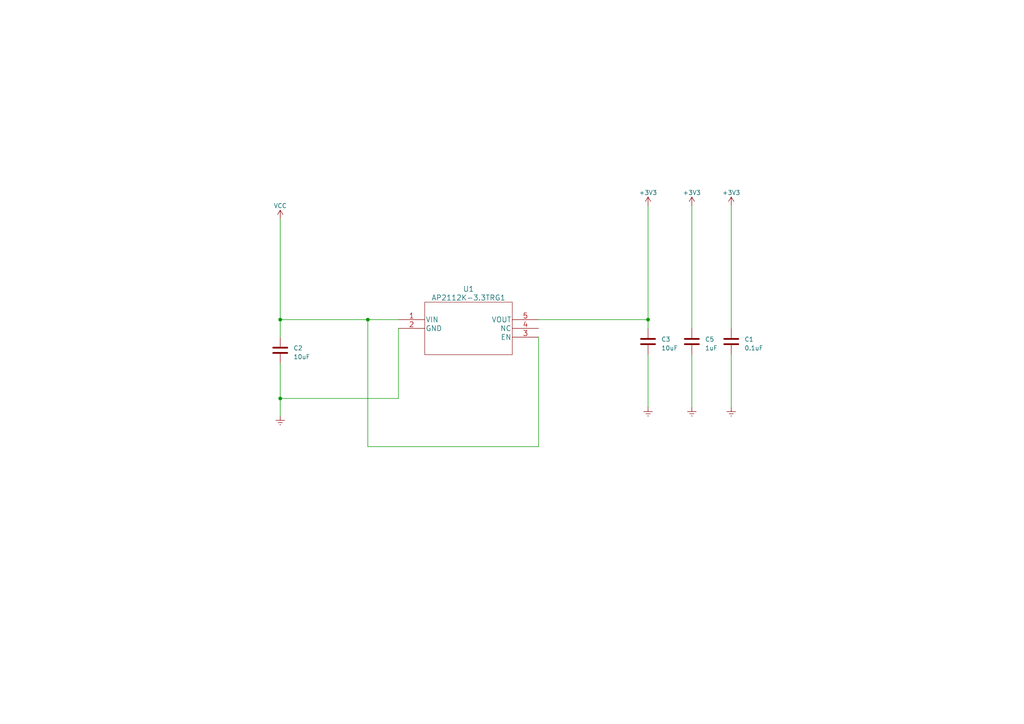
<source format=kicad_sch>
(kicad_sch (version 20230121) (generator eeschema)

  (uuid 735ecd6d-7403-4f33-9cf8-60fe8c0760c6)

  (paper "A4")

  (lib_symbols
    (symbol "AP2112K-3.3TRG1:AP2112K-3.3TRG1" (pin_names (offset 0.254)) (in_bom yes) (on_board yes)
      (property "Reference" "U" (at 20.32 10.16 0)
        (effects (font (size 1.524 1.524)))
      )
      (property "Value" "AP2112K-3.3TRG1" (at 20.32 7.62 0)
        (effects (font (size 1.524 1.524)))
      )
      (property "Footprint" "SOT_RG1_DIO" (at 20.32 6.096 0)
        (effects (font (size 1.524 1.524)) hide)
      )
      (property "Datasheet" "" (at 0 0 0)
        (effects (font (size 1.524 1.524)))
      )
      (property "ki_locked" "" (at 0 0 0)
        (effects (font (size 1.27 1.27)))
      )
      (property "ki_fp_filters" "SOT_RG1_DIO SOT_RG1_DIO-M SOT_RG1_DIO-L" (at 0 0 0)
        (effects (font (size 1.27 1.27)) hide)
      )
      (symbol "AP2112K-3.3TRG1_1_1"
        (polyline
          (pts
            (xy 7.62 -10.16)
            (xy 33.02 -10.16)
          )
          (stroke (width 0.127) (type solid))
          (fill (type none))
        )
        (polyline
          (pts
            (xy 7.62 5.08)
            (xy 7.62 -10.16)
          )
          (stroke (width 0.127) (type solid))
          (fill (type none))
        )
        (polyline
          (pts
            (xy 33.02 -10.16)
            (xy 33.02 5.08)
          )
          (stroke (width 0.127) (type solid))
          (fill (type none))
        )
        (polyline
          (pts
            (xy 33.02 5.08)
            (xy 7.62 5.08)
          )
          (stroke (width 0.127) (type solid))
          (fill (type none))
        )
        (pin unspecified line (at 0 0 0) (length 7.62)
          (name "VIN" (effects (font (size 1.4986 1.4986))))
          (number "1" (effects (font (size 1.4986 1.4986))))
        )
        (pin unspecified line (at 0 -2.54 0) (length 7.62)
          (name "GND" (effects (font (size 1.4986 1.4986))))
          (number "2" (effects (font (size 1.4986 1.4986))))
        )
        (pin unspecified line (at 40.64 -5.08 180) (length 7.62)
          (name "EN" (effects (font (size 1.4986 1.4986))))
          (number "3" (effects (font (size 1.4986 1.4986))))
        )
        (pin unspecified line (at 40.64 -2.54 180) (length 7.62)
          (name "NC" (effects (font (size 1.4986 1.4986))))
          (number "4" (effects (font (size 1.4986 1.4986))))
        )
        (pin unspecified line (at 40.64 0 180) (length 7.62)
          (name "VOUT" (effects (font (size 1.4986 1.4986))))
          (number "5" (effects (font (size 1.4986 1.4986))))
        )
      )
    )
    (symbol "Device:C" (pin_numbers hide) (pin_names (offset 0.254)) (in_bom yes) (on_board yes)
      (property "Reference" "C" (at 0.635 2.54 0)
        (effects (font (size 1.27 1.27)) (justify left))
      )
      (property "Value" "C" (at 0.635 -2.54 0)
        (effects (font (size 1.27 1.27)) (justify left))
      )
      (property "Footprint" "" (at 0.9652 -3.81 0)
        (effects (font (size 1.27 1.27)) hide)
      )
      (property "Datasheet" "~" (at 0 0 0)
        (effects (font (size 1.27 1.27)) hide)
      )
      (property "ki_keywords" "cap capacitor" (at 0 0 0)
        (effects (font (size 1.27 1.27)) hide)
      )
      (property "ki_description" "Unpolarized capacitor" (at 0 0 0)
        (effects (font (size 1.27 1.27)) hide)
      )
      (property "ki_fp_filters" "C_*" (at 0 0 0)
        (effects (font (size 1.27 1.27)) hide)
      )
      (symbol "C_0_1"
        (polyline
          (pts
            (xy -2.032 -0.762)
            (xy 2.032 -0.762)
          )
          (stroke (width 0.508) (type default))
          (fill (type none))
        )
        (polyline
          (pts
            (xy -2.032 0.762)
            (xy 2.032 0.762)
          )
          (stroke (width 0.508) (type default))
          (fill (type none))
        )
      )
      (symbol "C_1_1"
        (pin passive line (at 0 3.81 270) (length 2.794)
          (name "~" (effects (font (size 1.27 1.27))))
          (number "1" (effects (font (size 1.27 1.27))))
        )
        (pin passive line (at 0 -3.81 90) (length 2.794)
          (name "~" (effects (font (size 1.27 1.27))))
          (number "2" (effects (font (size 1.27 1.27))))
        )
      )
    )
    (symbol "power:+3V3" (power) (pin_names (offset 0)) (in_bom yes) (on_board yes)
      (property "Reference" "#PWR" (at 0 -3.81 0)
        (effects (font (size 1.27 1.27)) hide)
      )
      (property "Value" "+3V3" (at 0 3.556 0)
        (effects (font (size 1.27 1.27)))
      )
      (property "Footprint" "" (at 0 0 0)
        (effects (font (size 1.27 1.27)) hide)
      )
      (property "Datasheet" "" (at 0 0 0)
        (effects (font (size 1.27 1.27)) hide)
      )
      (property "ki_keywords" "global power" (at 0 0 0)
        (effects (font (size 1.27 1.27)) hide)
      )
      (property "ki_description" "Power symbol creates a global label with name \"+3V3\"" (at 0 0 0)
        (effects (font (size 1.27 1.27)) hide)
      )
      (symbol "+3V3_0_1"
        (polyline
          (pts
            (xy -0.762 1.27)
            (xy 0 2.54)
          )
          (stroke (width 0) (type default))
          (fill (type none))
        )
        (polyline
          (pts
            (xy 0 0)
            (xy 0 2.54)
          )
          (stroke (width 0) (type default))
          (fill (type none))
        )
        (polyline
          (pts
            (xy 0 2.54)
            (xy 0.762 1.27)
          )
          (stroke (width 0) (type default))
          (fill (type none))
        )
      )
      (symbol "+3V3_1_1"
        (pin power_in line (at 0 0 90) (length 0) hide
          (name "+3V3" (effects (font (size 1.27 1.27))))
          (number "1" (effects (font (size 1.27 1.27))))
        )
      )
    )
    (symbol "power:Earth" (power) (pin_names (offset 0)) (in_bom yes) (on_board yes)
      (property "Reference" "#PWR" (at 0 -6.35 0)
        (effects (font (size 1.27 1.27)) hide)
      )
      (property "Value" "Earth" (at 0 -3.81 0)
        (effects (font (size 1.27 1.27)) hide)
      )
      (property "Footprint" "" (at 0 0 0)
        (effects (font (size 1.27 1.27)) hide)
      )
      (property "Datasheet" "~" (at 0 0 0)
        (effects (font (size 1.27 1.27)) hide)
      )
      (property "ki_keywords" "global ground gnd" (at 0 0 0)
        (effects (font (size 1.27 1.27)) hide)
      )
      (property "ki_description" "Power symbol creates a global label with name \"Earth\"" (at 0 0 0)
        (effects (font (size 1.27 1.27)) hide)
      )
      (symbol "Earth_0_1"
        (polyline
          (pts
            (xy -0.635 -1.905)
            (xy 0.635 -1.905)
          )
          (stroke (width 0) (type default))
          (fill (type none))
        )
        (polyline
          (pts
            (xy -0.127 -2.54)
            (xy 0.127 -2.54)
          )
          (stroke (width 0) (type default))
          (fill (type none))
        )
        (polyline
          (pts
            (xy 0 -1.27)
            (xy 0 0)
          )
          (stroke (width 0) (type default))
          (fill (type none))
        )
        (polyline
          (pts
            (xy 1.27 -1.27)
            (xy -1.27 -1.27)
          )
          (stroke (width 0) (type default))
          (fill (type none))
        )
      )
      (symbol "Earth_1_1"
        (pin power_in line (at 0 0 270) (length 0) hide
          (name "Earth" (effects (font (size 1.27 1.27))))
          (number "1" (effects (font (size 1.27 1.27))))
        )
      )
    )
    (symbol "power:VCC" (power) (pin_names (offset 0)) (in_bom yes) (on_board yes)
      (property "Reference" "#PWR" (at 0 -3.81 0)
        (effects (font (size 1.27 1.27)) hide)
      )
      (property "Value" "VCC" (at 0 3.81 0)
        (effects (font (size 1.27 1.27)))
      )
      (property "Footprint" "" (at 0 0 0)
        (effects (font (size 1.27 1.27)) hide)
      )
      (property "Datasheet" "" (at 0 0 0)
        (effects (font (size 1.27 1.27)) hide)
      )
      (property "ki_keywords" "global power" (at 0 0 0)
        (effects (font (size 1.27 1.27)) hide)
      )
      (property "ki_description" "Power symbol creates a global label with name \"VCC\"" (at 0 0 0)
        (effects (font (size 1.27 1.27)) hide)
      )
      (symbol "VCC_0_1"
        (polyline
          (pts
            (xy -0.762 1.27)
            (xy 0 2.54)
          )
          (stroke (width 0) (type default))
          (fill (type none))
        )
        (polyline
          (pts
            (xy 0 0)
            (xy 0 2.54)
          )
          (stroke (width 0) (type default))
          (fill (type none))
        )
        (polyline
          (pts
            (xy 0 2.54)
            (xy 0.762 1.27)
          )
          (stroke (width 0) (type default))
          (fill (type none))
        )
      )
      (symbol "VCC_1_1"
        (pin power_in line (at 0 0 90) (length 0) hide
          (name "VCC" (effects (font (size 1.27 1.27))))
          (number "1" (effects (font (size 1.27 1.27))))
        )
      )
    )
  )

  (junction (at 81.28 115.57) (diameter 0) (color 0 0 0 0)
    (uuid 269ddac4-c346-42fb-82dc-bddebab819de)
  )
  (junction (at 81.28 92.71) (diameter 0) (color 0 0 0 0)
    (uuid 65294d72-c11d-4a09-a6e3-7bb97f38b1e2)
  )
  (junction (at 187.96 92.71) (diameter 0) (color 0 0 0 0)
    (uuid b6bd48e6-9094-4d48-ba37-34582098dd17)
  )
  (junction (at 106.68 92.71) (diameter 0) (color 0 0 0 0)
    (uuid c5a38dbe-23a9-4123-925b-e5dbc012d19e)
  )

  (wire (pts (xy 200.66 59.69) (xy 200.66 95.25))
    (stroke (width 0) (type default))
    (uuid 0db7e3a4-628c-4e59-9d4a-e14c6c76d3b6)
  )
  (wire (pts (xy 156.21 92.71) (xy 187.96 92.71))
    (stroke (width 0) (type default))
    (uuid 0e6da2df-1a8f-4a36-9040-7324c971490c)
  )
  (wire (pts (xy 187.96 102.87) (xy 187.96 118.11))
    (stroke (width 0) (type default))
    (uuid 143c74e8-1ec8-4419-8cfd-2d31578b96ba)
  )
  (wire (pts (xy 187.96 59.69) (xy 187.96 92.71))
    (stroke (width 0) (type default))
    (uuid 1747894b-269d-4ade-9bda-7417d7083c1e)
  )
  (wire (pts (xy 212.09 102.87) (xy 212.09 118.11))
    (stroke (width 0) (type default))
    (uuid 318ff917-29fe-4437-97d2-1d9e3130a07a)
  )
  (wire (pts (xy 81.28 115.57) (xy 115.57 115.57))
    (stroke (width 0) (type default))
    (uuid 36d2b77b-233a-423c-89fd-876f230c43f3)
  )
  (wire (pts (xy 187.96 92.71) (xy 187.96 95.25))
    (stroke (width 0) (type default))
    (uuid 49aa8b6a-b3eb-4d29-b8bc-3f40e4a099aa)
  )
  (wire (pts (xy 81.28 115.57) (xy 81.28 120.65))
    (stroke (width 0) (type default))
    (uuid 57e1ae32-f201-4fdc-bc89-6d1b4ecc232b)
  )
  (wire (pts (xy 106.68 92.71) (xy 115.57 92.71))
    (stroke (width 0) (type default))
    (uuid 593a8499-9162-451d-ab02-5e0d1cc8c28b)
  )
  (wire (pts (xy 81.28 63.5) (xy 81.28 92.71))
    (stroke (width 0) (type default))
    (uuid 744fe0fb-edf8-4006-9610-c328c272690f)
  )
  (wire (pts (xy 200.66 102.87) (xy 200.66 118.11))
    (stroke (width 0) (type default))
    (uuid 7842d3e0-0966-49ed-81b0-75958f40d5d1)
  )
  (wire (pts (xy 81.28 92.71) (xy 81.28 97.79))
    (stroke (width 0) (type default))
    (uuid 85a259cd-c0ee-4309-840b-13f1ed0a1611)
  )
  (wire (pts (xy 156.21 97.79) (xy 156.21 129.54))
    (stroke (width 0) (type default))
    (uuid 9699d624-1c29-4f9f-8bdd-d4ffb67fb604)
  )
  (wire (pts (xy 115.57 95.25) (xy 115.57 115.57))
    (stroke (width 0) (type default))
    (uuid ab2e3751-eac3-4b10-b10e-3f5d02364a48)
  )
  (wire (pts (xy 106.68 129.54) (xy 106.68 92.71))
    (stroke (width 0) (type default))
    (uuid bae7dacb-5a2b-43ad-b81c-59c69e0d03db)
  )
  (wire (pts (xy 81.28 105.41) (xy 81.28 115.57))
    (stroke (width 0) (type default))
    (uuid c87ff87c-9d41-46ce-a2eb-8ebe0d61ba45)
  )
  (wire (pts (xy 212.09 59.69) (xy 212.09 95.25))
    (stroke (width 0) (type default))
    (uuid dcbc6884-0101-43bb-9cea-694d43c59630)
  )
  (wire (pts (xy 81.28 92.71) (xy 106.68 92.71))
    (stroke (width 0) (type default))
    (uuid ddca3e1d-c745-4ab5-b134-96ab2b9b8100)
  )
  (wire (pts (xy 156.21 129.54) (xy 106.68 129.54))
    (stroke (width 0) (type default))
    (uuid f967cb47-6e55-45cd-b5a8-480668d0710a)
  )

  (symbol (lib_id "Device:C") (at 200.66 99.06 0) (unit 1)
    (in_bom yes) (on_board yes) (dnp no) (fields_autoplaced)
    (uuid 06796689-a23b-4768-a86c-f5cdb719f8b9)
    (property "Reference" "C5" (at 204.47 98.425 0)
      (effects (font (size 1.27 1.27)) (justify left))
    )
    (property "Value" "1uF" (at 204.47 100.965 0)
      (effects (font (size 1.27 1.27)) (justify left))
    )
    (property "Footprint" "" (at 201.6252 102.87 0)
      (effects (font (size 1.27 1.27)) hide)
    )
    (property "Datasheet" "~" (at 200.66 99.06 0)
      (effects (font (size 1.27 1.27)) hide)
    )
    (pin "1" (uuid 79d18b6d-3fc2-4231-95cb-040a882d7d3f))
    (pin "2" (uuid 0a9c6089-d268-4f13-998e-e5d5e73128f0))
    (instances
      (project "LIS3MDLTR"
        (path "/fb6b7f0d-3cc5-472e-a492-e6734d135467/f83b954e-001a-47d7-9f94-6dec77cc7273"
          (reference "C5") (unit 1)
        )
      )
    )
  )

  (symbol (lib_id "power:+3V3") (at 212.09 59.69 0) (unit 1)
    (in_bom yes) (on_board yes) (dnp no) (fields_autoplaced)
    (uuid 18bf0622-889b-412c-8e31-2a4aec9c40fd)
    (property "Reference" "#PWR04" (at 212.09 63.5 0)
      (effects (font (size 1.27 1.27)) hide)
    )
    (property "Value" "+3V3" (at 212.09 55.88 0)
      (effects (font (size 1.27 1.27)))
    )
    (property "Footprint" "" (at 212.09 59.69 0)
      (effects (font (size 1.27 1.27)) hide)
    )
    (property "Datasheet" "" (at 212.09 59.69 0)
      (effects (font (size 1.27 1.27)) hide)
    )
    (pin "1" (uuid 1da4864b-79d1-436e-babb-0f1fb41d11c5))
    (instances
      (project "LIS3MDLTR"
        (path "/fb6b7f0d-3cc5-472e-a492-e6734d135467/f83b954e-001a-47d7-9f94-6dec77cc7273"
          (reference "#PWR04") (unit 1)
        )
      )
    )
  )

  (symbol (lib_id "power:Earth") (at 81.28 120.65 0) (unit 1)
    (in_bom yes) (on_board yes) (dnp no) (fields_autoplaced)
    (uuid 3ad17899-690b-4dd8-87d7-11dd13240721)
    (property "Reference" "#PWR05" (at 81.28 127 0)
      (effects (font (size 1.27 1.27)) hide)
    )
    (property "Value" "Earth" (at 81.28 124.46 0)
      (effects (font (size 1.27 1.27)) hide)
    )
    (property "Footprint" "" (at 81.28 120.65 0)
      (effects (font (size 1.27 1.27)) hide)
    )
    (property "Datasheet" "~" (at 81.28 120.65 0)
      (effects (font (size 1.27 1.27)) hide)
    )
    (pin "1" (uuid 1a57f852-aee4-4564-9e23-4dceefb37f9f))
    (instances
      (project "LIS3MDLTR"
        (path "/fb6b7f0d-3cc5-472e-a492-e6734d135467/f83b954e-001a-47d7-9f94-6dec77cc7273"
          (reference "#PWR05") (unit 1)
        )
      )
    )
  )

  (symbol (lib_id "power:+3V3") (at 200.66 59.69 0) (unit 1)
    (in_bom yes) (on_board yes) (dnp no) (fields_autoplaced)
    (uuid 4ac81193-6f1f-45b0-859d-3a308e963de5)
    (property "Reference" "#PWR03" (at 200.66 63.5 0)
      (effects (font (size 1.27 1.27)) hide)
    )
    (property "Value" "+3V3" (at 200.66 55.88 0)
      (effects (font (size 1.27 1.27)))
    )
    (property "Footprint" "" (at 200.66 59.69 0)
      (effects (font (size 1.27 1.27)) hide)
    )
    (property "Datasheet" "" (at 200.66 59.69 0)
      (effects (font (size 1.27 1.27)) hide)
    )
    (pin "1" (uuid 7267360a-3ea9-47ee-bded-18ee398b605c))
    (instances
      (project "LIS3MDLTR"
        (path "/fb6b7f0d-3cc5-472e-a492-e6734d135467/f83b954e-001a-47d7-9f94-6dec77cc7273"
          (reference "#PWR03") (unit 1)
        )
      )
    )
  )

  (symbol (lib_id "Device:C") (at 81.28 101.6 0) (unit 1)
    (in_bom yes) (on_board yes) (dnp no) (fields_autoplaced)
    (uuid 614406bb-47b2-41f3-b39d-068ac1f52f6f)
    (property "Reference" "C2" (at 85.09 100.965 0)
      (effects (font (size 1.27 1.27)) (justify left))
    )
    (property "Value" "10uF" (at 85.09 103.505 0)
      (effects (font (size 1.27 1.27)) (justify left))
    )
    (property "Footprint" "" (at 82.2452 105.41 0)
      (effects (font (size 1.27 1.27)) hide)
    )
    (property "Datasheet" "~" (at 81.28 101.6 0)
      (effects (font (size 1.27 1.27)) hide)
    )
    (pin "1" (uuid 94027848-0d6f-4b5d-bec8-5cbfb873887a))
    (pin "2" (uuid 8c7a293e-4d98-4c24-9fdf-cf55680dd44e))
    (instances
      (project "LIS3MDLTR"
        (path "/fb6b7f0d-3cc5-472e-a492-e6734d135467/f83b954e-001a-47d7-9f94-6dec77cc7273"
          (reference "C2") (unit 1)
        )
      )
    )
  )

  (symbol (lib_id "AP2112K-3.3TRG1:AP2112K-3.3TRG1") (at 115.57 92.71 0) (unit 1)
    (in_bom yes) (on_board yes) (dnp no) (fields_autoplaced)
    (uuid 7f8bb02b-8c06-461e-96e5-3bed75b254f5)
    (property "Reference" "U1" (at 135.89 83.82 0)
      (effects (font (size 1.524 1.524)))
    )
    (property "Value" "AP2112K-3.3TRG1" (at 135.89 86.36 0)
      (effects (font (size 1.524 1.524)))
    )
    (property "Footprint" "SOT_RG1_DIO" (at 135.89 86.614 0)
      (effects (font (size 1.524 1.524)) hide)
    )
    (property "Datasheet" "" (at 115.57 92.71 0)
      (effects (font (size 1.524 1.524)))
    )
    (pin "1" (uuid 8e632b76-4226-43e0-8c20-d5e2e4bcc29f))
    (pin "2" (uuid c68e298c-bdfc-4193-a882-749ff8ab340d))
    (pin "3" (uuid 46af01f3-b4d5-4927-b9da-56bab22770e6))
    (pin "4" (uuid a109e789-a4eb-4b82-9db2-62a4b88df089))
    (pin "5" (uuid 2b34cf19-350e-4e5c-a3bb-fc5e998b8e7b))
    (instances
      (project "LIS3MDLTR"
        (path "/fb6b7f0d-3cc5-472e-a492-e6734d135467/f83b954e-001a-47d7-9f94-6dec77cc7273"
          (reference "U1") (unit 1)
        )
      )
    )
  )

  (symbol (lib_id "Device:C") (at 212.09 99.06 0) (unit 1)
    (in_bom yes) (on_board yes) (dnp no) (fields_autoplaced)
    (uuid a13d8dc1-9fbb-4afd-b5b6-22c94a52af33)
    (property "Reference" "C1" (at 215.9 98.425 0)
      (effects (font (size 1.27 1.27)) (justify left))
    )
    (property "Value" "0.1uF" (at 215.9 100.965 0)
      (effects (font (size 1.27 1.27)) (justify left))
    )
    (property "Footprint" "" (at 213.0552 102.87 0)
      (effects (font (size 1.27 1.27)) hide)
    )
    (property "Datasheet" "~" (at 212.09 99.06 0)
      (effects (font (size 1.27 1.27)) hide)
    )
    (pin "1" (uuid 3d50e4b4-d2d2-4297-92f8-38c6e3a5149f))
    (pin "2" (uuid a958f124-629b-4b56-aea2-ee2f374e7e07))
    (instances
      (project "LIS3MDLTR"
        (path "/fb6b7f0d-3cc5-472e-a492-e6734d135467/f83b954e-001a-47d7-9f94-6dec77cc7273"
          (reference "C1") (unit 1)
        )
      )
    )
  )

  (symbol (lib_id "power:VCC") (at 81.28 63.5 0) (unit 1)
    (in_bom yes) (on_board yes) (dnp no) (fields_autoplaced)
    (uuid c4ef85ad-6474-4a70-a892-c68d89aa7758)
    (property "Reference" "#PWR01" (at 81.28 67.31 0)
      (effects (font (size 1.27 1.27)) hide)
    )
    (property "Value" "VCC" (at 81.28 59.69 0)
      (effects (font (size 1.27 1.27)))
    )
    (property "Footprint" "" (at 81.28 63.5 0)
      (effects (font (size 1.27 1.27)) hide)
    )
    (property "Datasheet" "" (at 81.28 63.5 0)
      (effects (font (size 1.27 1.27)) hide)
    )
    (pin "1" (uuid c4564955-fe84-46c3-a4f4-0f4cfef4ba0d))
    (instances
      (project "LIS3MDLTR"
        (path "/fb6b7f0d-3cc5-472e-a492-e6734d135467/f83b954e-001a-47d7-9f94-6dec77cc7273"
          (reference "#PWR01") (unit 1)
        )
      )
    )
  )

  (symbol (lib_id "power:Earth") (at 200.66 118.11 0) (unit 1)
    (in_bom yes) (on_board yes) (dnp no) (fields_autoplaced)
    (uuid c7279212-13d9-45d5-bc2c-4703a4ff7486)
    (property "Reference" "#PWR07" (at 200.66 124.46 0)
      (effects (font (size 1.27 1.27)) hide)
    )
    (property "Value" "Earth" (at 200.66 121.92 0)
      (effects (font (size 1.27 1.27)) hide)
    )
    (property "Footprint" "" (at 200.66 118.11 0)
      (effects (font (size 1.27 1.27)) hide)
    )
    (property "Datasheet" "~" (at 200.66 118.11 0)
      (effects (font (size 1.27 1.27)) hide)
    )
    (pin "1" (uuid d1d37a45-bdb5-4448-b223-4f93f6205b83))
    (instances
      (project "LIS3MDLTR"
        (path "/fb6b7f0d-3cc5-472e-a492-e6734d135467/f83b954e-001a-47d7-9f94-6dec77cc7273"
          (reference "#PWR07") (unit 1)
        )
      )
    )
  )

  (symbol (lib_id "power:Earth") (at 212.09 118.11 0) (unit 1)
    (in_bom yes) (on_board yes) (dnp no) (fields_autoplaced)
    (uuid ccf9a208-f279-4d2c-8f67-9e43f717eecf)
    (property "Reference" "#PWR08" (at 212.09 124.46 0)
      (effects (font (size 1.27 1.27)) hide)
    )
    (property "Value" "Earth" (at 212.09 121.92 0)
      (effects (font (size 1.27 1.27)) hide)
    )
    (property "Footprint" "" (at 212.09 118.11 0)
      (effects (font (size 1.27 1.27)) hide)
    )
    (property "Datasheet" "~" (at 212.09 118.11 0)
      (effects (font (size 1.27 1.27)) hide)
    )
    (pin "1" (uuid 7efad03d-fde1-420b-8bb2-44b08ad26236))
    (instances
      (project "LIS3MDLTR"
        (path "/fb6b7f0d-3cc5-472e-a492-e6734d135467/f83b954e-001a-47d7-9f94-6dec77cc7273"
          (reference "#PWR08") (unit 1)
        )
      )
    )
  )

  (symbol (lib_id "power:Earth") (at 187.96 118.11 0) (unit 1)
    (in_bom yes) (on_board yes) (dnp no) (fields_autoplaced)
    (uuid e3298036-092c-4381-a67f-8656f71b364e)
    (property "Reference" "#PWR06" (at 187.96 124.46 0)
      (effects (font (size 1.27 1.27)) hide)
    )
    (property "Value" "Earth" (at 187.96 121.92 0)
      (effects (font (size 1.27 1.27)) hide)
    )
    (property "Footprint" "" (at 187.96 118.11 0)
      (effects (font (size 1.27 1.27)) hide)
    )
    (property "Datasheet" "~" (at 187.96 118.11 0)
      (effects (font (size 1.27 1.27)) hide)
    )
    (pin "1" (uuid e309b3e4-ae77-4ba1-9666-b34859b0dad0))
    (instances
      (project "LIS3MDLTR"
        (path "/fb6b7f0d-3cc5-472e-a492-e6734d135467/f83b954e-001a-47d7-9f94-6dec77cc7273"
          (reference "#PWR06") (unit 1)
        )
      )
    )
  )

  (symbol (lib_id "power:+3V3") (at 187.96 59.69 0) (unit 1)
    (in_bom yes) (on_board yes) (dnp no) (fields_autoplaced)
    (uuid f95e898e-0e29-49f4-aa1e-5f2ef86c223f)
    (property "Reference" "#PWR02" (at 187.96 63.5 0)
      (effects (font (size 1.27 1.27)) hide)
    )
    (property "Value" "+3V3" (at 187.96 55.88 0)
      (effects (font (size 1.27 1.27)))
    )
    (property "Footprint" "" (at 187.96 59.69 0)
      (effects (font (size 1.27 1.27)) hide)
    )
    (property "Datasheet" "" (at 187.96 59.69 0)
      (effects (font (size 1.27 1.27)) hide)
    )
    (pin "1" (uuid 5d00de0d-818a-42e1-bd0c-bb6aae19fd25))
    (instances
      (project "LIS3MDLTR"
        (path "/fb6b7f0d-3cc5-472e-a492-e6734d135467/f83b954e-001a-47d7-9f94-6dec77cc7273"
          (reference "#PWR02") (unit 1)
        )
      )
    )
  )

  (symbol (lib_id "Device:C") (at 187.96 99.06 0) (unit 1)
    (in_bom yes) (on_board yes) (dnp no) (fields_autoplaced)
    (uuid f9d199fe-51dd-4727-9723-f3b41580294c)
    (property "Reference" "C3" (at 191.77 98.425 0)
      (effects (font (size 1.27 1.27)) (justify left))
    )
    (property "Value" "10uF" (at 191.77 100.965 0)
      (effects (font (size 1.27 1.27)) (justify left))
    )
    (property "Footprint" "" (at 188.9252 102.87 0)
      (effects (font (size 1.27 1.27)) hide)
    )
    (property "Datasheet" "~" (at 187.96 99.06 0)
      (effects (font (size 1.27 1.27)) hide)
    )
    (pin "1" (uuid 4d4b28b0-2ac8-4e34-ba48-21e4688239bc))
    (pin "2" (uuid faecc533-dfc5-4906-aca3-a825a581bfb4))
    (instances
      (project "LIS3MDLTR"
        (path "/fb6b7f0d-3cc5-472e-a492-e6734d135467/f83b954e-001a-47d7-9f94-6dec77cc7273"
          (reference "C3") (unit 1)
        )
      )
    )
  )
)

</source>
